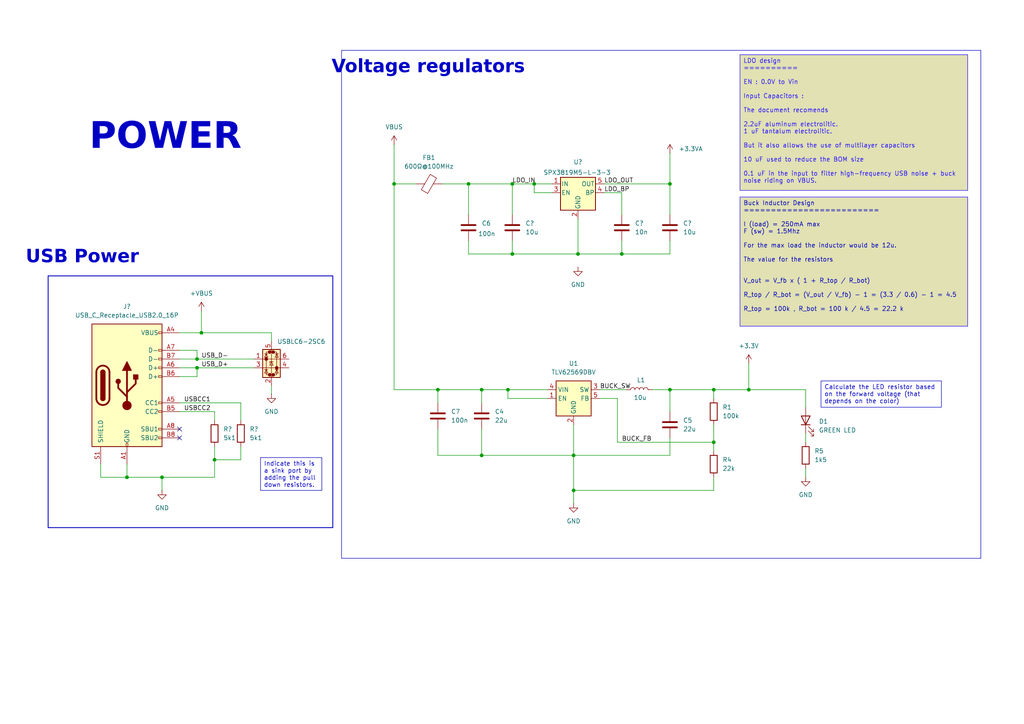
<source format=kicad_sch>
(kicad_sch (version 20250114) (generator "eeschema") (generator_version "9.0")
  (paper "A4")
  (title_block (title "Power") (company "mirroraudio"))
  (lib_symbols
    (symbol "Connector:USB_C_Receptacle_USB2.0_16P" (pin_names (offset 1.016))
      (property "Reference" "J1" (at 0 22.86 0))
      (property "Value" "USB_C_Receptacle_USB2.0_16P" (at 0 20.32 0))
      (symbol "USB_C_Receptacle_USB2.0_16P_0_0"
        (rectangle (start -0.254 -17.78) (end 0.254 -16.764))
        (rectangle (start 10.16 15.494) (end 9.144 14.986))
        (rectangle (start 10.16 10.414) (end 9.144 9.906))
        (rectangle (start 10.16 7.874) (end 9.144 7.366))
        (rectangle (start 10.16 5.334) (end 9.144 4.826))
        (rectangle (start 10.16 2.794) (end 9.144 2.286))
        (rectangle (start 10.16 -4.826) (end 9.144 -5.334))
        (rectangle (start 10.16 -7.366) (end 9.144 -7.874))
        (rectangle (start 10.16 -12.446) (end 9.144 -12.954))
        (rectangle (start 10.16 -14.986) (end 9.144 -15.494))
      )
      (symbol "USB_C_Receptacle_USB2.0_16P_0_1"
        (rectangle (start -10.16 17.78) (end 10.16 -17.78) (stroke (width 0.254)) (fill (type background)))
        (polyline (pts (xy -8.89 -3.81) (xy -8.89 3.81)) (stroke (width 0.508)))
        (rectangle (start -7.62 -3.81) (end -6.35 3.81) (stroke (width 0.254)) (fill (type outline)))
        (arc (start -7.62 3.81) (mid -6.985 4.4423) (end -6.35 3.81) (stroke (width 0.254)))
        (arc (start -7.62 3.81) (mid -6.985 4.4423) (end -6.35 3.81) (stroke (width 0.254)) (fill (type outline)))
        (arc (start -8.89 3.81) (mid -6.985 5.7067) (end -5.08 3.81) (stroke (width 0.508)))
        (arc (start -5.08 -3.81) (mid -6.985 -5.7067) (end -8.89 -3.81) (stroke (width 0.508)))
        (arc (start -6.35 -3.81) (mid -6.985 -4.4423) (end -7.62 -3.81) (stroke (width 0.254)))
        (arc (start -6.35 -3.81) (mid -6.985 -4.4423) (end -7.62 -3.81) (stroke (width 0.254)) (fill (type outline)))
        (polyline (pts (xy -5.08 3.81) (xy -5.08 -3.81)) (stroke (width 0.508)))
        (circle (center -2.54 1.143) (radius 0.635) (stroke (width 0.254)) (fill (type outline)))
        (polyline (pts (xy -1.27 4.318) (xy 0 6.858) (xy 1.27 4.318) (xy -1.27 4.318)) (stroke (width 0.254)) (fill (type outline)))
        (polyline (pts (xy 0 -2.032) (xy 2.54 0.508) (xy 2.54 1.778)) (stroke (width 0.508)))
        (polyline (pts (xy 0 -3.302) (xy -2.54 -0.762) (xy -2.54 0.508)) (stroke (width 0.508)))
        (polyline (pts (xy 0 -5.842) (xy 0 4.318)) (stroke (width 0.508)))
        (circle (center 0 -5.842) (radius 1.27) (fill (type outline)))
        (rectangle (start 1.905 1.778) (end 3.175 3.048) (stroke (width 0.254)) (fill (type outline)))
      )
      (symbol "USB_C_Receptacle_USB2.0_16P_1_1"
        (pin passive line (at -7.62 -22.86 90) (length 5.08) (name "SHIELD") (number "S1"))
        (pin passive line (at 0 -22.86 90) (length 5.08) (name "GND") (number "A1"))
        (pin passive line (at 0 -22.86 90) (length 5.08) (hide yes) (name "GND") (number "A12"))
        (pin passive line (at 0 -22.86 90) (length 5.08) (hide yes) (name "GND") (number "B1"))
        (pin passive line (at 0 -22.86 90) (length 5.08) (hide yes) (name "GND") (number "B12"))
        (pin passive line (at 15.24 15.24 180) (length 5.08) (name "VBUS") (number "A4"))
        (pin passive line (at 15.24 15.24 180) (length 5.08) (hide yes) (name "VBUS") (number "A9"))
        (pin passive line (at 15.24 15.24 180) (length 5.08) (hide yes) (name "VBUS") (number "B4"))
        (pin passive line (at 15.24 15.24 180) (length 5.08) (hide yes) (name "VBUS") (number "B9"))
        (pin bidirectional line (at 15.24 10.16 180) (length 5.08) (name "D-") (number "A7"))
        (pin bidirectional line (at 15.24 7.62 180) (length 5.08) (name "D-") (number "B7"))
        (pin bidirectional line (at 15.24 5.08 180) (length 5.08) (name "D+") (number "A6"))
        (pin bidirectional line (at 15.24 2.54 180) (length 5.08) (name "D+") (number "B6"))
        (pin bidirectional line (at 15.24 -5.08 180) (length 5.08) (name "CC1") (number "A5"))
        (pin bidirectional line (at 15.24 -7.62 180) (length 5.08) (name "CC2") (number "B5"))
        (pin bidirectional line (at 15.24 -12.7 180) (length 5.08) (name "SBU1") (number "A8"))
        (pin bidirectional line (at 15.24 -15.24 180) (length 5.08) (name "SBU2") (number "B8"))
      )
    )
    (symbol "Device:C" (pin_numbers (hide yes)) (pin_names (offset 0.254))
      (property "Reference" "C" (at 0.635 2.54 0))
      (property "Value" "C" (at 0.635 -2.54 0))
      (symbol "C_0_1"
        (polyline (pts (xy -2.032 0.762) (xy 2.032 0.762)) (stroke (width 0.508)))
        (polyline (pts (xy -2.032 -0.762) (xy 2.032 -0.762)) (stroke (width 0.508)))
      )
      (symbol "C_1_1"
        (pin passive line (at 0 3.81 270) (length 2.794) (name "~") (number "1"))
        (pin passive line (at 0 -3.81 90) (length 2.794) (name "~") (number "2"))
      )
    )
    (symbol "Device:FerriteBead" (pin_numbers (hide yes)) (pin_names (offset 0))
      (property "Reference" "FB" (at -3.81 0.635 90))
      (property "Value" "FerriteBead" (at 3.81 0 90))
      (symbol "FerriteBead_0_1"
        (polyline (pts (xy -2.7686 0.4064) (xy -1.7018 2.2606) (xy 2.7686 -0.3048) (xy 1.6764 -2.159) (xy -2.7686 0.4064)))
        (polyline (pts (xy 0 1.27) (xy 0 1.2954)))
        (polyline (pts (xy 0 -1.27) (xy 0 -1.2192)))
      )
      (symbol "FerriteBead_1_1"
        (pin passive line (at 0 3.81 270) (length 2.54) (name "~") (number "1"))
        (pin passive line (at 0 -3.81 90) (length 2.54) (name "~") (number "2"))
      )
    )
    (symbol "Device:L" (pin_numbers (hide yes)) (pin_names (offset 1.016) (hide yes))
      (property "Reference" "L" (at -1.27 0 90))
      (property "Value" "L" (at 1.905 0 90))
      (symbol "L_0_1"
        (arc (start 0 2.54) (mid 0.6323 1.905) (end 0 1.27))
        (arc (start 0 1.27) (mid 0.6323 0.635) (end 0 0))
        (arc (start 0 0) (mid 0.6323 -0.635) (end 0 -1.27))
        (arc (start 0 -1.27) (mid 0.6323 -1.905) (end 0 -2.54))
      )
      (symbol "L_1_1"
        (pin passive line (at 0 3.81 270) (length 1.27) (name "1") (number "1"))
        (pin passive line (at 0 -3.81 90) (length 1.27) (name "2") (number "2"))
      )
    )
    (symbol "Device:LED" (pin_numbers (hide yes)) (pin_names (offset 1.016) (hide yes))
      (property "Reference" "D" (at 0 2.54 0))
      (property "Value" "LED" (at 0 -2.54 0))
      (symbol "LED_0_1"
        (polyline (pts (xy -3.048 -0.762) (xy -4.572 -2.286) (xy -3.81 -2.286) (xy -4.572 -2.286) (xy -4.572 -1.524)))
        (polyline (pts (xy -1.778 -0.762) (xy -3.302 -2.286) (xy -2.54 -2.286) (xy -3.302 -2.286) (xy -3.302 -1.524)))
        (polyline (pts (xy -1.27 0) (xy 1.27 0)))
        (polyline (pts (xy -1.27 -1.27) (xy -1.27 1.27)) (stroke (width 0.254)))
        (polyline (pts (xy 1.27 -1.27) (xy 1.27 1.27) (xy -1.27 0) (xy 1.27 -1.27)) (stroke (width 0.254)))
      )
      (symbol "LED_1_1"
        (pin passive line (at -3.81 0 0) (length 2.54) (name "K") (number "1"))
        (pin passive line (at 3.81 0 180) (length 2.54) (name "A") (number "2"))
      )
    )
    (symbol "Device:R" (pin_numbers (hide yes)) (pin_names (offset 0))
      (property "Reference" "R" (at 2.032 0 90))
      (property "Value" "R" (at 0 0 90))
      (symbol "R_0_1"
        (rectangle (start -1.016 -2.54) (end 1.016 2.54) (stroke (width 0.254)))
      )
      (symbol "R_1_1"
        (pin passive line (at 0 3.81 270) (length 1.27) (name "~") (number "1"))
        (pin passive line (at 0 -3.81 90) (length 1.27) (name "~") (number "2"))
      )
    )
    (symbol "Power_Protection:USBLC6-2SC6" (pin_names (hide yes))
      (property "Reference" "U" (at 0.635 5.715 0))
      (property "Value" "USBLC6-2SC6" (at 0.635 3.81 0))
      (symbol "USBLC6-2SC6_0_0"
        (circle (center -1.524 0) (radius 0.0001) (stroke (width 0.508)))
        (circle (center -0.508 2.032) (radius 0.0001) (stroke (width 0.508)))
        (circle (center -0.508 -4.572) (radius 0.0001) (stroke (width 0.508)))
        (circle (center 0.508 2.032) (radius 0.0001) (stroke (width 0.508)))
        (circle (center 0.508 -4.572) (radius 0.0001) (stroke (width 0.508)))
        (circle (center 1.524 -2.54) (radius 0.0001) (stroke (width 0.508)))
      )
      (symbol "USBLC6-2SC6_0_1"
        (polyline (pts (xy -2.54 0) (xy 2.54 0)))
        (polyline (pts (xy -2.54 -2.54) (xy 2.54 -2.54)))
        (polyline (pts (xy -2.032 0.508) (xy -1.016 0.508) (xy -1.524 1.524) (xy -2.032 0.508)))
        (polyline (pts (xy -2.032 -3.048) (xy -1.016 -3.048)))
        (polyline (pts (xy -1.016 1.524) (xy -2.032 1.524)))
        (polyline (pts (xy -1.016 -4.064) (xy -2.032 -4.064) (xy -1.524 -3.048) (xy -1.016 -4.064)))
        (polyline (pts (xy -0.508 -1.143) (xy -0.508 -0.762) (xy 0.508 -0.762)))
        (polyline (pts (xy 0 2.54) (xy -0.508 2.032) (xy 0.508 2.032) (xy 0 1.524) (xy 0 -4.064) (xy -0.508 -4.572) (xy 0.508 -4.572) (xy 0 -5.08)))
        (polyline (pts (xy 0.508 -1.778) (xy -0.508 -1.778) (xy 0 -0.762) (xy 0.508 -1.778)))
        (polyline (pts (xy 1.016 1.524) (xy 2.032 1.524)))
        (polyline (pts (xy 1.016 -3.048) (xy 2.032 -3.048)))
        (polyline (pts (xy 2.032 0.508) (xy 1.016 0.508) (xy 1.524 1.524) (xy 2.032 0.508)))
        (polyline (pts (xy 2.032 -4.064) (xy 1.016 -4.064) (xy 1.524 -3.048) (xy 2.032 -4.064)))
      )
      (symbol "USBLC6-2SC6_1_1"
        (rectangle (start -2.54 2.794) (end 2.54 -5.334) (stroke (width 0.254)) (fill (type background)))
        (polyline (pts (xy -0.508 2.032) (xy -1.524 2.032) (xy -1.524 -4.572) (xy -0.508 -4.572)))
        (polyline (pts (xy 0.508 -4.572) (xy 1.524 -4.572) (xy 1.524 2.032) (xy 0.508 2.032)))
        (pin passive line (at -5.08 0 0) (length 2.54) (name "I/O1") (number "1"))
        (pin passive line (at -5.08 -2.54 0) (length 2.54) (name "I/O2") (number "3"))
        (pin passive line (at 0 5.08 270) (length 2.54) (name "VBUS") (number "5"))
        (pin passive line (at 0 -7.62 90) (length 2.54) (name "GND") (number "2"))
        (pin passive line (at 5.08 0 180) (length 2.54) (name "I/O1") (number "6"))
        (pin passive line (at 5.08 -2.54 180) (length 2.54) (name "I/O2") (number "4"))
      )
    )
    (symbol "Regulator_Linear:SPX3819M5-L-3-3" (pin_names (offset 0.254))
      (property "Reference" "U" (at -3.81 5.715 0))
      (property "Value" "SPX3819M5-L-3-3" (at 0 5.715 0))
      (symbol "SPX3819M5-L-3-3_0_1"
        (rectangle (start -5.08 4.445) (end 5.08 -5.08) (stroke (width 0.254)) (fill (type background)))
      )
      (symbol "SPX3819M5-L-3-3_1_1"
        (pin power_in line (at -7.62 2.54 0) (length 2.54) (name "IN") (number "1"))
        (pin input line (at -7.62 0 0) (length 2.54) (name "EN") (number "3"))
        (pin power_in line (at 0 -7.62 90) (length 2.54) (name "GND") (number "2"))
        (pin power_out line (at 7.62 2.54 180) (length 2.54) (name "OUT") (number "5"))
        (pin input line (at 7.62 0 180) (length 2.54) (name "BP") (number "4"))
      )
    )
    (symbol "Regulator_Switching:TLV62569DBV"
      (property "Reference" "U" (at -5.08 6.35 0))
      (property "Value" "TLV62569DBV" (at 0 6.35 0))
      (symbol "TLV62569DBV_0_1"
        (rectangle (start -5.08 5.08) (end 5.08 -5.08) (stroke (width 0.254)) (fill (type background)))
      )
      (symbol "TLV62569DBV_1_1"
        (pin power_in line (at -7.62 2.54 0) (length 2.54) (name "VIN") (number "4"))
        (pin input line (at -7.62 0 0) (length 2.54) (name "EN") (number "1"))
        (pin power_in line (at 0 -7.62 90) (length 2.54) (name "GND") (number "2"))
        (pin power_out line (at 7.62 2.54 180) (length 2.54) (name "SW") (number "3"))
        (pin input line (at 7.62 0 180) (length 2.54) (name "FB") (number "5"))
      )
    )
    (symbol "power:+3.3V" (power) (pin_numbers (hide yes)) (pin_names (offset 0) (hide yes))
      (property "Value" "+3.3V" (at 0 3.556 0))
      (symbol "+3.3V_0_1"
        (polyline (pts (xy -0.762 1.27) (xy 0 2.54)))
        (polyline (pts (xy 0 2.54) (xy 0.762 1.27)))
        (polyline (pts (xy 0 0) (xy 0 2.54)))
      )
      (symbol "+3.3V_1_1"
        (pin power_in line (at 0 0 90) (length 0) (name "~") (number "1"))
      )
    )
    (symbol "power:GND" (power) (pin_numbers (hide yes)) (pin_names (offset 0) (hide yes))
      (property "Value" "GND" (at 0 -3.81 0))
      (symbol "GND_0_1"
        (polyline (pts (xy 0 0) (xy 0 -1.27) (xy 1.27 -1.27) (xy 0 -2.54) (xy -1.27 -1.27) (xy 0 -1.27)))
      )
      (symbol "GND_1_1"
        (pin power_in line (at 0 0 270) (length 0) (name "~") (number "1"))
      )
    )
    (symbol "power:VBUS" (power) (pin_numbers (hide yes)) (pin_names (offset 0) (hide yes))
      (property "Value" "VBUS" (at 0 3.556 0))
      (symbol "VBUS_0_1"
        (polyline (pts (xy -0.762 1.27) (xy 0 2.54)))
        (polyline (pts (xy 0 2.54) (xy 0.762 1.27)))
        (polyline (pts (xy 0 0) (xy 0 2.54)))
      )
      (symbol "VBUS_1_1"
        (pin power_in line (at 0 0 90) (length 0) (name "~") (number "1"))
      )
    )
  )
  (rectangle (start 13.97 80.01) (end 96.52 153.035) (stroke (width 0.254)))
  (rectangle (start 99.06 14.605) (end 284.48 161.925))
  (text "USB Power" (at 23.876 75.692 0) (effects (font (size 3.81 3.81) (thickness 0.254) (bold yes))))
  (text "POWER\n" (at 48.006 41.91 0) (effects (font (size 7.62 7.62) (thickness 0.254) (bold yes))))
  (text "Voltage regulators\n" (at 124.206 20.574 0) (effects (font (size 3.81 3.81) (thickness 0.254) (bold yes))))
  (text_box "Indicate this is a sink port by adding the pull down resistors.\n" (at 75.565 132.715 0) (size 17.78 9.525) (margins 0.9525 0.9525 0.9525 0.9525) (fill (type color)) (effects (font (size 1.27 1.27)) (justify left top)))
  (text_box "Calculate the LED resistor based on the forward voltage (that depends on the color)\n" (at 238.125 110.49 0) (size 34.925 7.62) (margins 0.9525 0.9525 0.9525 0.9525) (fill (type color)) (effects (font (size 1.27 1.27)) (justify left top)))
  (text_box "LDO design \n==========\n\nEN : 0.0V to Vin\n\nInput Capacitors : \n\nThe document recomends \n\n2.2uF aluminum electrolitic.\n1 uF tantalum electrolitic.\n\nBut it also allows the use of multilayer capacitors\n\n10 uF used to reduce the BOM size\n\n0.1 uF in the input to filter high-frequency USB noise + buck noise riding on VBUS.\n" (at 214.63 15.875 0) (size 66.04 39.37) (margins 0.9525 0.9525 0.9525 0.9525) (stroke (width 0) (color 39 18 255 1)) (fill (type color) (color 198 198 112 0.53)) (effects (font (size 1.27 1.27)) (justify left top)))
  (text_box "Buck Inductor Design\n=========================\n\nI (load) = 250mA max\nF (sw) = 1.5Mhz\n\nFor the max load the inductor would be 12u. \n\nThe value for the resistors\n\n\nV_out = V_fb x ( 1 + R_top / R_bot)\n\nR_top / R_bot = (V_out / V_fb) - 1 = (3.3 / 0.6) - 1 = 4.5\n\nR_top = 100k , R_bot = 100 k / 4.5 = 22.2 k\n\n" (at 214.63 57.15 0) (size 66.04 37.465) (margins 0.9525 0.9525 0.9525 0.9525) (stroke (width 0) (color 39 18 255 1)) (fill (type color) (color 198 198 112 0.5294117647)) (effects (font (size 1.27 1.27)) (justify left top)))
  (junction (at 58.42 96.52))
  (junction (at 57.15 106.68))
  (junction (at 36.83 138.43))
  (junction (at 207.01 113.03))
  (junction (at 166.37 132.08))
  (junction (at 180.34 73.66))
  (junction (at 194.31 113.03))
  (junction (at 114.3 53.34))
  (junction (at 46.99 138.43))
  (junction (at 135.89 53.34))
  (junction (at 154.94 53.34))
  (junction (at 167.64 73.66))
  (junction (at 217.17 113.03))
  (junction (at 147.32 113.03))
  (junction (at 148.59 53.34))
  (junction (at 139.7 132.08))
  (junction (at 166.37 142.24))
  (junction (at 194.31 53.34))
  (junction (at 139.7 113.03))
  (junction (at 148.59 73.66))
  (junction (at 62.23 133.35))
  (junction (at 207.01 128.27))
  (junction (at 57.15 104.14))
  (junction (at 127 113.03))
  (no_connect (at 52.07 124.46))
  (no_connect (at 52.07 127))
  (wire (pts (xy 57.15 106.68) (xy 73.66 106.68)))
  (wire (pts (xy 135.89 73.66) (xy 148.59 73.66)))
  (wire (pts (xy 147.32 115.57) (xy 147.32 113.03)))
  (wire (pts (xy 78.74 111.76) (xy 78.74 114.3)))
  (wire (pts (xy 69.85 116.84) (xy 69.85 121.92)))
  (wire (pts (xy 57.15 101.6) (xy 52.07 101.6)))
  (wire (pts (xy 166.37 142.24) (xy 166.37 132.08)))
  (wire (pts (xy 173.99 115.57) (xy 179.07 115.57)))
  (wire (pts (xy 207.01 138.43) (xy 207.01 142.24)))
  (wire (pts (xy 180.34 55.88) (xy 175.26 55.88)))
  (wire (pts (xy 194.31 113.03) (xy 194.31 119.38)))
  (wire (pts (xy 57.15 104.14) (xy 57.15 101.6)))
  (wire (pts (xy 127 113.03) (xy 139.7 113.03)))
  (wire (pts (xy 127 132.08) (xy 139.7 132.08)))
  (wire (pts (xy 58.42 96.52) (xy 78.74 96.52)))
  (wire (pts (xy 114.3 53.34) (xy 120.65 53.34)))
  (wire (pts (xy 36.83 138.43) (xy 46.99 138.43)))
  (wire (pts (xy 233.68 118.11) (xy 233.68 113.03)))
  (wire (pts (xy 46.99 138.43) (xy 62.23 138.43)))
  (wire (pts (xy 180.34 69.85) (xy 180.34 73.66)))
  (wire (pts (xy 158.75 113.03) (xy 147.32 113.03)))
  (wire (pts (xy 29.21 134.62) (xy 29.21 138.43)))
  (wire (pts (xy 180.34 73.66) (xy 194.31 73.66)))
  (wire (pts (xy 127 113.03) (xy 127 116.84)))
  (wire (pts (xy 189.23 113.03) (xy 194.31 113.03)))
  (wire (pts (xy 207.01 123.19) (xy 207.01 128.27)))
  (wire (pts (xy 57.15 104.14) (xy 73.66 104.14)))
  (wire (pts (xy 62.23 119.38) (xy 62.23 121.92)))
  (wire (pts (xy 46.99 138.43) (xy 46.99 142.24)))
  (wire (pts (xy 139.7 132.08) (xy 166.37 132.08)))
  (wire (pts (xy 62.23 129.54) (xy 62.23 133.35)))
  (wire (pts (xy 173.99 113.03) (xy 181.61 113.03)))
  (wire (pts (xy 217.17 113.03) (xy 207.01 113.03)))
  (wire (pts (xy 57.15 109.22) (xy 52.07 109.22)))
  (wire (pts (xy 207.01 113.03) (xy 207.01 115.57)))
  (wire (pts (xy 62.23 133.35) (xy 62.23 138.43)))
  (wire (pts (xy 139.7 124.46) (xy 139.7 132.08)))
  (wire (pts (xy 148.59 53.34) (xy 154.94 53.34)))
  (wire (pts (xy 69.85 133.35) (xy 69.85 129.54)))
  (wire (pts (xy 194.31 113.03) (xy 207.01 113.03)))
  (wire (pts (xy 207.01 142.24) (xy 166.37 142.24)))
  (wire (pts (xy 52.07 104.14) (xy 57.15 104.14)))
  (wire (pts (xy 160.02 55.88) (xy 154.94 55.88)))
  (wire (pts (xy 29.21 138.43) (xy 36.83 138.43)))
  (wire (pts (xy 135.89 53.34) (xy 135.89 62.23)))
  (wire (pts (xy 58.42 96.52) (xy 52.07 96.52)))
  (wire (pts (xy 175.26 53.34) (xy 194.31 53.34)))
  (wire (pts (xy 154.94 55.88) (xy 154.94 53.34)))
  (wire (pts (xy 127 124.46) (xy 127 132.08)))
  (wire (pts (xy 166.37 123.19) (xy 166.37 132.08)))
  (wire (pts (xy 233.68 113.03) (xy 217.17 113.03)))
  (wire (pts (xy 180.34 62.23) (xy 180.34 55.88)))
  (wire (pts (xy 114.3 41.91) (xy 114.3 53.34)))
  (wire (pts (xy 148.59 69.85) (xy 148.59 73.66)))
  (wire (pts (xy 128.27 53.34) (xy 135.89 53.34)))
  (wire (pts (xy 166.37 132.08) (xy 194.31 132.08)))
  (wire (pts (xy 194.31 132.08) (xy 194.31 127)))
  (wire (pts (xy 52.07 116.84) (xy 69.85 116.84)))
  (wire (pts (xy 233.68 125.73) (xy 233.68 128.27)))
  (wire (pts (xy 135.89 53.34) (xy 148.59 53.34)))
  (wire (pts (xy 233.68 135.89) (xy 233.68 138.43)))
  (wire (pts (xy 52.07 106.68) (xy 57.15 106.68)))
  (wire (pts (xy 179.07 128.27) (xy 207.01 128.27)))
  (wire (pts (xy 114.3 113.03) (xy 127 113.03)))
  (wire (pts (xy 167.64 73.66) (xy 180.34 73.66)))
  (wire (pts (xy 194.31 69.85) (xy 194.31 73.66)))
  (wire (pts (xy 135.89 69.85) (xy 135.89 73.66)))
  (wire (pts (xy 194.31 44.45) (xy 194.31 53.34)))
  (wire (pts (xy 167.64 63.5) (xy 167.64 73.66)))
  (wire (pts (xy 217.17 105.41) (xy 217.17 113.03)))
  (wire (pts (xy 36.83 134.62) (xy 36.83 138.43)))
  (wire (pts (xy 148.59 73.66) (xy 167.64 73.66)))
  (wire (pts (xy 114.3 53.34) (xy 114.3 113.03)))
  (wire (pts (xy 52.07 119.38) (xy 62.23 119.38)))
  (wire (pts (xy 148.59 53.34) (xy 148.59 62.23)))
  (wire (pts (xy 166.37 146.05) (xy 166.37 142.24)))
  (wire (pts (xy 58.42 90.17) (xy 58.42 96.52)))
  (wire (pts (xy 207.01 128.27) (xy 207.01 130.81)))
  (wire (pts (xy 194.31 53.34) (xy 194.31 62.23)))
  (wire (pts (xy 57.15 106.68) (xy 57.15 109.22)))
  (wire (pts (xy 179.07 115.57) (xy 179.07 128.27)))
  (wire (pts (xy 158.75 115.57) (xy 147.32 115.57)))
  (wire (pts (xy 62.23 133.35) (xy 69.85 133.35)))
  (wire (pts (xy 139.7 113.03) (xy 139.7 116.84)))
  (wire (pts (xy 160.02 53.34) (xy 154.94 53.34)))
  (wire (pts (xy 139.7 113.03) (xy 147.32 113.03)))
  (wire (pts (xy 78.74 99.06) (xy 78.74 96.52)))
  (label "LDO_OUT" (at 175.26 53.34 0))
  (label "USBCC2" (at 53.34 119.38 0))
  (label "USB_D+" (at 58.42 106.68 0))
  (label "USB_D-" (at 58.42 104.14 0))
  (label "LDO_IN" (at 148.59 53.34 0))
  (label "BUCK_SW" (at 173.99 113.03 0))
  (label "LDO_BP" (at 175.26 55.88 0))
  (label "USBCC1" (at 53.34 116.84 0))
  (label "BUCK_FB" (at 180.34 128.27 0))
  (symbol (lib_id "power:GND") (at 233.68 138.43 0) (unit 1)
    (property "Reference" "#PWR03" (effects (hide yes)))
    (property "Value" "GND" (at 233.68 143.51 0))
    (property "Description" "Power symbol creates a global label with name \"GND\" , ground" (effects (hide yes)))
  )
  (symbol (lib_id "power:GND") (at 46.99 142.24 0) (unit 1)
    (property "Reference" "#PWR?" (effects (hide yes)))
    (property "Value" "GND" (at 46.99 147.32 0))
    (property "Description" "Power symbol creates a global label with name \"GND\" , ground" (effects (hide yes)))
  )
  (symbol (lib_id "Device:LED") (at 233.68 121.92 90) (unit 1)
    (property "Reference" "D1" (at 237.49 122.2374 90) (effects (justify right)))
    (property "Value" "GREEN LED" (at 237.49 124.7774 90) (effects (justify right)))
    (property "Description" "Light emitting diode" (effects (hide yes)))
    (property "Sim.Pins" "1=K 2=A" (effects (hide yes)))
  )
  (symbol (lib_id "Device:R") (at 207.01 134.62 0) (unit 1)
    (property "Reference" "R4" (at 209.55 133.3499 0) (effects (justify left)))
    (property "Value" "22k" (at 209.55 135.8899 0) (effects (justify left)))
    (property "Description" "Resistor" (effects (hide yes)))
  )
  (symbol (lib_id "Device:L") (at 185.42 113.03 90) (unit 1)
    (property "Reference" "L1" (at 185.928 110.236 90))
    (property "Value" "10u" (at 185.674 115.316 90))
    (property "Description" "Inductor" (effects (hide yes)))
  )
  (symbol (lib_id "Device:C") (at 194.31 123.19 0) (unit 1)
    (property "Reference" "C5" (at 198.12 121.9199 0) (effects (justify left)))
    (property "Value" "22u" (at 198.12 124.4599 0) (effects (justify left)))
    (property "Description" "Unpolarized capacitor" (effects (hide yes)))
  )
  (symbol (lib_id "power:+3.3V") (at 217.17 105.41 0) (unit 1)
    (property "Reference" "#PWR012" (effects (hide yes)))
    (property "Value" "+3.3V" (at 217.17 100.33 0))
    (property "Description" "Power symbol creates a global label with name \"+3.3V\"" (effects (hide yes)))
  )
  (symbol (lib_id "Device:R") (at 69.85 125.73 0) (unit 1)
    (property "Reference" "R?" (at 72.39 124.4599 0) (effects (justify left)))
    (property "Value" "5k1" (at 72.39 126.9999 0) (effects (justify left)))
    (property "Description" "Resistor" (effects (hide yes)))
  )
  (symbol (lib_id "Device:C") (at 180.34 66.04 0) (unit 1)
    (property "Reference" "C?" (at 184.15 64.7699 0) (effects (justify left)))
    (property "Value" "10n" (at 184.15 67.3099 0) (effects (justify left)))
    (property "Description" "Unpolarized capacitor" (effects (hide yes)))
  )
  (symbol (lib_id "power:GND") (at 167.64 77.47 0) (unit 1)
    (property "Reference" "#PWR?" (effects (hide yes)))
    (property "Value" "GND" (at 167.64 82.55 0))
    (property "Description" "Power symbol creates a global label with name \"GND\" , ground" (effects (hide yes)))
  )
  (symbol (lib_id "Device:R") (at 62.23 125.73 0) (unit 1)
    (property "Reference" "R?" (at 64.77 124.4599 0) (effects (justify left)))
    (property "Value" "5k1" (at 64.77 126.9999 0) (effects (justify left)))
    (property "Description" "Resistor" (effects (hide yes)))
  )
  (symbol (lib_id "Power_Protection:USBLC6-2SC6") (at 78.74 104.14 0) (unit 1)
    (property "Reference" "U?" (effects (hide yes)))
    (property "Value" "USBLC6-2SC6" (at 80.3911 99.06 0) (effects (justify left)))
    (property "Footprint" "Package_TO_SOT_SMD:SOT-23-6" (effects (hide yes)))
    (property "Datasheet" "https://www.st.com/resource/en/datasheet/usblc6-2.pdf" (effects (hide yes)))
    (property "Description" "Very low capacitance ESD protection diode, 2 data-line, SOT-23-6" (effects (hide yes)))
  )
  (symbol (lib_id "Regulator_Linear:SPX3819M5-L-3-3") (at 167.64 55.88 0) (unit 1)
    (property "Reference" "U?" (at 167.64 46.99 0))
    (property "Value" "SPX3819M5-L-3-3" (at 167.386 50.038 0))
    (property "Footprint" "Package_TO_SOT_SMD:SOT-23-5" (effects (hide yes)))
    (property "Datasheet" "https://www.exar.com/content/document.ashx?id=22106&languageid=1033&type=Datasheet&partnumber=SPX3819&filename=SPX3819.pdf&part=SPX3819" (effects (hide yes)))
    (property "Description" "500mA Low drop-out regulator, Fixed Output 3.3V, SOT-23-5" (effects (hide yes)))
  )
  (symbol (lib_id "power:GND") (at 78.74 114.3 0) (unit 1)
    (property "Reference" "#PWR?" (effects (hide yes)))
    (property "Value" "GND" (at 78.74 119.38 0))
    (property "Description" "Power symbol creates a global label with name \"GND\" , ground" (effects (hide yes)))
  )
  (symbol (lib_id "power:VBUS") (at 58.42 90.17 0) (unit 1)
    (property "Reference" "#PWR?" (effects (hide yes)))
    (property "Value" "+VBUS" (at 58.42 85.09 0))
    (property "Description" "Power symbol creates a global label with name \"VBUS\"" (effects (hide yes)))
  )
  (symbol (lib_id "Regulator_Switching:TLV62569DBV") (at 166.37 115.57 0) (unit 1)
    (property "Reference" "U1" (at 166.37 105.41 0))
    (property "Value" "TLV62569DBV" (at 166.37 107.95 0))
    (property "Footprint" "Package_TO_SOT_SMD:SOT-23-5" (effects (hide yes)))
    (property "Datasheet" "http://www.ti.com/lit/ds/symlink/tlv62569.pdf" (effects (hide yes)))
    (property "Description" "High Efficiency Synchronous Buck Converter, Adjustable Output 0.6V-5.5V, 2A, SOT-23-5" (effects (hide yes)))
  )
  (symbol (lib_id "Device:C") (at 127 120.65 0) (unit 1)
    (property "Reference" "C7" (at 130.81 119.3799 0) (effects (justify left)))
    (property "Value" "100n" (at 130.81 121.9199 0) (effects (justify left)))
    (property "Description" "Unpolarized capacitor" (effects (hide yes)))
  )
  (symbol (lib_id "power:GND") (at 166.37 146.05 0) (unit 1)
    (property "Reference" "#PWR011" (effects (hide yes)))
    (property "Value" "GND" (at 166.37 151.13 0))
    (property "Description" "Power symbol creates a global label with name \"GND\" , ground" (effects (hide yes)))
  )
  (symbol (lib_id "Connector:USB_C_Receptacle_USB2.0_16P") (at 36.83 111.76 0) (unit 1)
    (property "Reference" "J?" (at 36.83 88.9 0))
    (property "Value" "USB_C_Receptacle_USB2.0_16P" (at 36.83 91.44 0))
    (property "Footprint" "Connector_USB:USB_C_Receptacle_GCT_USB4105-xx-A_16P_TopMnt_Horizontal" (effects (hide yes)))
    (property "Datasheet" "https://www.usb.org/sites/default/files/documents/usb_type-c.zip" (effects (hide yes)))
    (property "Description" "USB 2.0-only 16P Type-C Receptacle connector" (effects (hide yes)))
  )
  (symbol (lib_id "power:+3.3V") (at 194.31 44.45 0) (unit 1)
    (property "Reference" "#PWR?" (effects (hide yes)))
    (property "Value" "+3.3VA" (at 196.85 43.1799 0) (effects (justify left)))
    (property "Description" "Power symbol creates a global label with name \"+3.3V\"" (effects (hide yes)))
  )
  (symbol (lib_id "Device:C") (at 135.89 66.04 0) (unit 1)
    (property "Reference" "C6" (at 139.7 64.7699 0) (effects (justify left)))
    (property "Value" "100n" (at 138.684 67.818 0) (effects (justify left)))
    (property "Description" "Unpolarized capacitor" (effects (hide yes)))
  )
  (symbol (lib_id "Device:C") (at 139.7 120.65 0) (unit 1)
    (property "Reference" "C4" (at 143.51 119.3799 0) (effects (justify left)))
    (property "Value" "22u" (at 143.51 121.9199 0) (effects (justify left)))
    (property "Description" "Unpolarized capacitor" (effects (hide yes)))
  )
  (symbol (lib_id "Device:R") (at 233.68 132.08 0) (unit 1)
    (property "Reference" "R5" (at 236.22 130.8099 0) (effects (justify left)))
    (property "Value" "1k5" (at 236.22 133.3499 0) (effects (justify left)))
    (property "Description" "Resistor" (effects (hide yes)))
  )
  (symbol (lib_id "Device:FerriteBead") (at 124.46 53.34 90) (unit 1)
    (property "Reference" "FB1" (at 124.4092 45.72 90))
    (property "Value" "600Ω@100MHz" (at 124.4092 48.26 90))
    (property "Footprint" "Resistor_SMD:R_0805_2012Metric" (effects (hide yes)))
    (property "Datasheet" "https://jlcpcb.com/api/file/downloadByFileSystemAccessId/8565214663974404096" (effects (hide yes)))
    (property "Description" "Ferrite bead" (effects (hide yes)))
    (property "LCSC Part" "GZ2012D601TF" (effects (hide yes)))
  )
  (symbol (lib_id "Device:C") (at 148.59 66.04 0) (unit 1)
    (property "Reference" "C?" (at 152.4 64.7699 0) (effects (justify left)))
    (property "Value" "10u" (at 152.4 67.3099 0) (effects (justify left)))
    (property "Description" "Unpolarized capacitor" (effects (hide yes)))
  )
  (symbol (lib_id "Device:C") (at 194.31 66.04 0) (unit 1)
    (property "Reference" "C?" (at 198.12 64.7699 0) (effects (justify left)))
    (property "Value" "10u" (at 198.12 67.3099 0) (effects (justify left)))
    (property "Description" "Unpolarized capacitor" (effects (hide yes)))
  )
  (symbol (lib_id "power:VBUS") (at 114.3 41.91 0) (unit 1)
    (property "Reference" "#PWR?" (effects (hide yes)))
    (property "Value" "VBUS" (at 114.3 36.83 0))
    (property "Description" "Power symbol creates a global label with name \"VBUS\"" (effects (hide yes)))
  )
  (symbol (lib_id "Device:R") (at 207.01 119.38 0) (unit 1)
    (property "Reference" "R1" (at 209.55 118.1099 0) (effects (justify left)))
    (property "Value" "100k" (at 209.55 120.6499 0) (effects (justify left)))
    (property "Description" "Resistor" (effects (hide yes)))
  )
)
</source>
